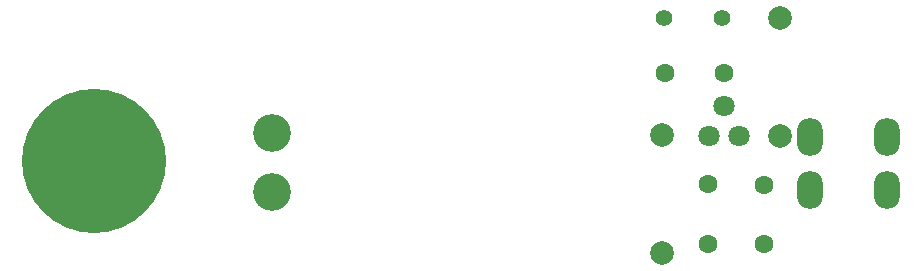
<source format=gbs>
G04*
G04 #@! TF.GenerationSoftware,Altium Limited,Altium Designer,21.0.8 (223)*
G04*
G04 Layer_Color=16711935*
%FSLAX44Y44*%
%MOMM*%
G71*
G04*
G04 #@! TF.SameCoordinates,403E8028-421C-4CEE-AC17-E54D717F3EFD*
G04*
G04*
G04 #@! TF.FilePolarity,Negative*
G04*
G01*
G75*
%ADD19C,3.2032*%
%ADD22C,1.6032*%
%ADD23C,1.4032*%
%ADD24C,2.0032*%
%ADD25C,1.8032*%
%ADD26O,2.2032X3.2032*%
%ADD27C,12.2032*%
D19*
X325250Y328250D02*
D03*
Y278250D02*
D03*
D22*
X741500Y283750D02*
D03*
Y233750D02*
D03*
X657275Y378975D02*
D03*
X707275D02*
D03*
X694000Y234250D02*
D03*
Y284250D02*
D03*
D23*
X656450Y425250D02*
D03*
X706250D02*
D03*
D24*
X755000Y425500D02*
D03*
Y325500D02*
D03*
X655500Y226500D02*
D03*
Y326500D02*
D03*
D25*
X707300Y350900D02*
D03*
X720000Y325500D02*
D03*
X694600D02*
D03*
D26*
X845750Y324555D02*
D03*
Y279555D02*
D03*
X780750Y324555D02*
D03*
Y279555D02*
D03*
D27*
X174250Y304000D02*
D03*
M02*

</source>
